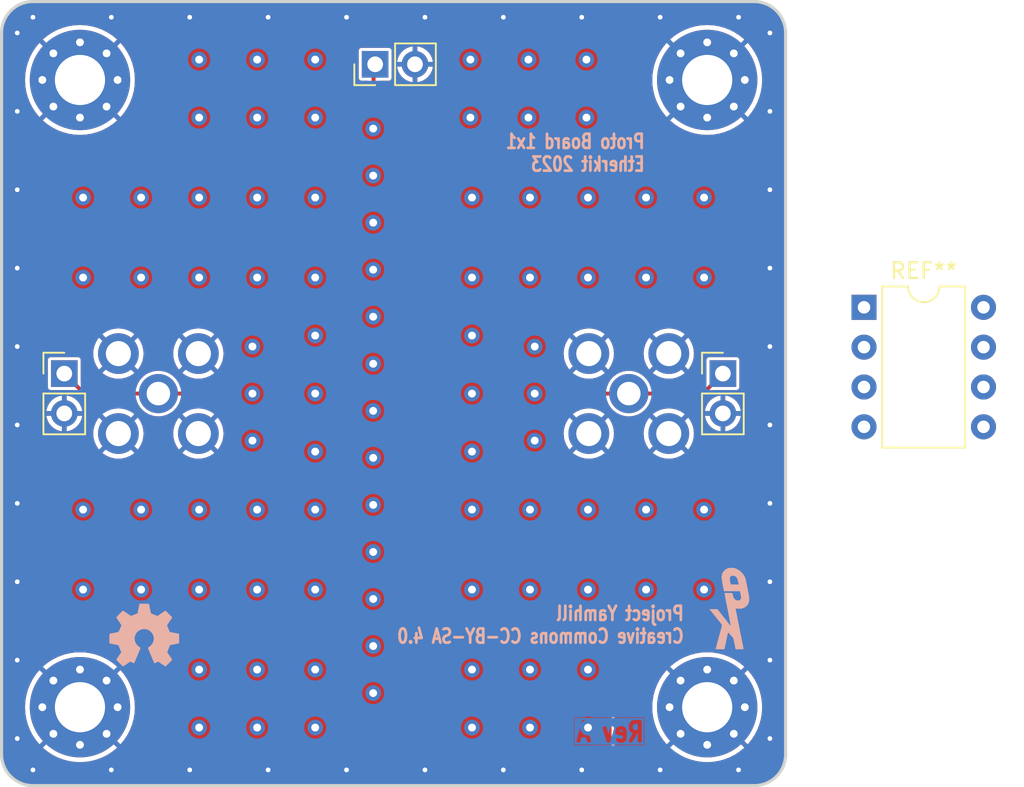
<source format=kicad_pcb>
(kicad_pcb (version 20221018) (generator pcbnew)
  (title_block (title "Project Yamhill") (rev "A") (company "Etherkit"))
  (layers (0 "F.Cu" signal) (31 "B.Cu" signal) (34 "B.Paste" user) (35 "F.Paste" user) (36 "B.SilkS" user "B.Silkscreen") (37 "F.SilkS" user "F.Silkscreen") (38 "B.Mask" user) (39 "F.Mask" user) (44 "Edge.Cuts" user))
  (net 0 "")
  (net 1 "GND")
  (net 2 "Net-(J1-In)")
  (net 3 "Net-(J4-In)")
  (net 4 "Net-(J10-Pin_1)")
  (footprint "EtherkitKicadLibrary:ManhattanPad_1x1" (layer "F.Cu") (at 105.2 62.5)
    (fp_text reference "REF**" hide)
    (fp_text value "ManhattanPad_1x1" hide)
    (pad "1" thru_hole circle (at 0 0) (size 1 1) (drill 0.5) (layers "*.Cu" "*.Mask"))
    (pad "1" smd roundrect (at 0 0) (size 3 3) (layers "F.Cu" "F.Paste" "F.Mask") (roundrect_rratio 0.1))
  )
  (footprint "EtherkitKicadLibrary:ManhattanPad_1x1" (layer "F.Cu") (at 105.2 82.4)
    (fp_text reference "REF**" hide)
    (fp_text value "ManhattanPad_1x1" hide)
    (pad "1" thru_hole circle (at 0 0) (size 1 1) (drill 0.5) (layers "*.Cu" "*.Mask"))
    (pad "1" smd roundrect (at 0 0) (size 3 3) (layers "F.Cu" "F.Paste" "F.Mask") (roundrect_rratio 0.1))
  )
  (footprint "EtherkitKicadLibrary:ManhattanPad_1x1" (layer "F.Cu") (at 144.8 82.4)
    (fp_text reference "REF**" hide)
    (fp_text value "ManhattanPad_1x1" hide)
    (pad "1" thru_hole circle (at 0 0) (size 1 1) (drill 0.5) (layers "*.Cu" "*.Mask"))
    (pad "1" smd roundrect (at 0 0) (size 3 3) (layers "F.Cu" "F.Paste" "F.Mask") (roundrect_rratio 0.1))
  )
  (footprint "EtherkitKicadLibrary:ManhattanPad_1x1" (layer "F.Cu") (at 116.3 57.4)
    (fp_text reference "REF**" hide)
    (fp_text value "ManhattanPad_1x1" hide)
    (pad "1" thru_hole circle (at 0 0) (size 1 1) (drill 0.5) (layers "*.Cu" "*.Mask"))
    (pad "1" smd roundrect (at 0 0) (size 3 3) (layers "F.Cu" "F.Paste" "F.Mask") (roundrect_rratio 0.1))
  )
  (footprint "EtherkitKicadLibrary:ManhattanPad_1x1" (layer "F.Cu") (at 120 92.6)
    (fp_text reference "REF**" hide)
    (fp_text value "ManhattanPad_1x1" hide)
    (pad "1" thru_hole circle (at 0 0) (size 1 1) (drill 0.5) (layers "*.Cu" "*.Mask"))
    (pad "1" smd roundrect (at 0 0) (size 3 3) (layers "F.Cu" "F.Paste" "F.Mask") (roundrect_rratio 0.1))
  )
  (footprint "EtherkitKicadLibrary:ManhattanPad_1x1" (layer "F.Cu") (at 112.6 92.6)
    (fp_text reference "REF**" hide)
    (fp_text value "ManhattanPad_1x1" hide)
    (pad "1" thru_hole circle (at 0 0) (size 1 1) (drill 0.5) (layers "*.Cu" "*.Mask"))
    (pad "1" smd roundrect (at 0 0) (size 3 3) (layers "F.Cu" "F.Paste" "F.Mask") (roundrect_rratio 0.1))
  )
  (footprint "EtherkitKicadLibrary:ManhattanPad_1x1" (layer "F.Cu") (at 112.6 96.3)
    (fp_text reference "REF**" hide)
    (fp_text value "ManhattanPad_1x1" hide)
    (pad "1" thru_hole circle (at 0 0) (size 1 1) (drill 0.5) (layers "*.Cu" "*.Mask"))
    (pad "1" smd roundrect (at 0 0) (size 3 3) (layers "F.Cu" "F.Paste" "F.Mask") (roundrect_rratio 0.1))
  )
  (footprint "EtherkitKicadLibrary:ManhattanPad_1x1" (layer "F.Cu") (at 120 67.6)
    (fp_text reference "REF**" hide)
    (fp_text value "ManhattanPad_1x1" hide)
    (pad "1" thru_hole circle (at 0 0) (size 1 1) (drill 0.5) (layers "*.Cu" "*.Mask"))
    (pad "1" smd roundrect (at 0 0) (size 3 3) (layers "F.Cu" "F.Paste" "F.Mask") (roundrect_rratio 0.1))
  )
  (footprint "EtherkitKicadLibrary:ManhattanPad_1x1" (layer "F.Cu") (at 130 87.5)
    (fp_text reference "REF**" hide)
    (fp_text value "ManhattanPad_1x1" hide)
    (pad "1" thru_hole circle (at 0 0) (size 1 1) (drill 0.5) (layers "*.Cu" "*.Mask"))
    (pad "1" smd roundrect (at 0 0) (size 3 3) (layers "F.Cu" "F.Paste" "F.Mask") (roundrect_rratio 0.1))
  )
  (footprint "EtherkitKicadLibrary:ManhattanPad_1x1" (layer "F.Cu") (at 130 96.3)
    (fp_text reference "REF**" hide)
    (fp_text value "ManhattanPad_1x1" hide)
    (pad "1" thru_hole circle (at 0 0) (size 1 1) (drill 0.5) (layers "*.Cu" "*.Mask"))
    (pad "1" smd roundrect (at 0 0) (size 3 3) (layers "F.Cu" "F.Paste" "F.Mask") (roundrect_rratio 0.1))
  )
  (footprint "EtherkitKicadLibrary:ManhattanPad_1x1" (layer "F.Cu") (at 129.9 57.4)
    (fp_text reference "REF**" hide)
    (fp_text value "ManhattanPad_1x1" hide)
    (pad "1" thru_hole circle (at 0 0) (size 1 1) (drill 0.5) (layers "*.Cu" "*.Mask"))
    (pad "1" smd roundrect (at 0 0) (size 3 3) (layers "F.Cu" "F.Paste" "F.Mask") (roundrect_rratio 0.1))
  )
  (footprint "EtherkitKicadLibrary:ManhattanPad_1x1" (layer "F.Cu") (at 129.9 53.7)
    (fp_text reference "REF**" hide)
    (fp_text value "ManhattanPad_1x1" hide)
    (pad "1" thru_hole circle (at 0 0) (size 1 1) (drill 0.5) (layers "*.Cu" "*.Mask"))
    (pad "1" smd roundrect (at 0 0) (size 3 3) (layers "F.Cu" "F.Paste" "F.Mask") (roundrect_rratio 0.1))
  )
  (footprint "EtherkitKicadLibrary:ManhattanPad_1x1" (layer "F.Cu") (at 116.3 62.5)
    (fp_text reference "REF**" hide)
    (fp_text value "ManhattanPad_1x1" hide)
    (pad "1" thru_hole circle (at 0 0) (size 1 1) (drill 0.5) (layers "*.Cu" "*.Mask"))
    (pad "1" smd roundrect (at 0 0) (size 3 3) (layers "F.Cu" "F.Paste" "F.Mask") (roundrect_rratio 0.1))
  )
  (footprint "EtherkitKicadLibrary:ManhattanPad_1x1" (layer "F.Cu") (at 130 67.6)
    (fp_text reference "REF**" hide)
    (fp_text value "ManhattanPad_1x1" hide)
    (pad "1" thru_hole circle (at 0 0) (size 1 1) (drill 0.5) (layers "*.Cu" "*.Mask"))
    (pad "1" smd roundrect (at 0 0) (size 3 3) (layers "F.Cu" "F.Paste" "F.Mask") (roundrect_rratio 0.1))
  )
  (footprint "EtherkitKicadLibrary:ManhattanPad_1x1" (layer "F.Cu") (at 120 96.3)
    (fp_text reference "REF**" hide)
    (fp_text value "ManhattanPad_1x1" hide)
    (pad "1" thru_hole circle (at 0 0) (size 1 1) (drill 0.5) (layers "*.Cu" "*.Mask"))
    (pad "1" smd roundrect (at 0 0) (size 3 3) (layers "F.Cu" "F.Paste" "F.Mask") (roundrect_rratio 0.1))
  )
  (footprint "EtherkitKicadLibrary:ManhattanPad_1x1" (layer "F.Cu") (at 144.8 62.5)
    (fp_text reference "REF**" hide)
    (fp_text value "ManhattanPad_1x1" hide)
    (pad "1" thru_hole circle (at 0 0) (size 1 1) (drill 0.5) (layers "*.Cu" "*.Mask"))
    (pad "1" smd roundrect (at 0 0) (size 3 3) (layers "F.Cu" "F.Paste" "F.Mask") (roundrect_rratio 0.1))
  )
  (footprint "EtherkitKicadLibrary:ManhattanPad_1x1" (layer "F.Cu") (at 137.4 62.5)
    (fp_text reference "REF**" hide)
    (fp_text value "ManhattanPad_1x1" hide)
    (pad "1" thru_hole circle (at 0 0) (size 1 1) (drill 0.5) (layers "*.Cu" "*.Mask"))
    (pad "1" smd roundrect (at 0 0) (size 3 3) (layers "F.Cu" "F.Paste" "F.Mask") (roundrect_rratio 0.1))
  )
  (footprint "EtherkitKicadLibrary:ManhattanPad_1x1" (layer "F.Cu") (at 133.7 67.6)
    (fp_text reference "REF**" hide)
    (fp_text value "ManhattanPad_1x1" hide)
    (pad "1" thru_hole circle (at 0 0) (size 1 1) (drill 0.5) (layers "*.Cu" "*.Mask"))
    (pad "1" smd roundrect (at 0 0) (size 3 3) (layers "F.Cu" "F.Paste" "F.Mask") (roundrect_rratio 0.1))
  )
  (footprint "EtherkitKicadLibrary:ManhattanPad_1x1" (layer "F.Cu") (at 120 82.4)
    (fp_text reference "REF**" hide)
    (fp_text value "ManhattanPad_1x1" hide)
    (pad "1" thru_hole circle (at 0 0) (size 1 1) (drill 0.5) (layers "*.Cu" "*.Mask"))
    (pad "1" smd roundrect (at 0 0) (size 3 3) (layers "F.Cu" "F.Paste" "F.Mask") (roundrect_rratio 0.1))
  )
  (footprint "EtherkitKicadLibrary:ManhattanPad_1x1" (layer "F.Cu") (at 141.1 62.5)
    (fp_text reference "REF**" hide)
    (fp_text value "ManhattanPad_1x1" hide)
    (pad "1" thru_hole circle (at 0 0) (size 1 1) (drill 0.5) (layers "*.Cu" "*.Mask"))
    (pad "1" smd roundrect (at 0 0) (size 3 3) (layers "F.Cu" "F.Paste" "F.Mask") (roundrect_rratio 0.1))
  )
  (footprint "EtherkitKicadLibrary:ManhattanPad_1x1" (layer "F.Cu") (at 120 78.7)
    (fp_text reference "REF**" hide)
    (fp_text value "ManhattanPad_1x1" hide)
    (pad "1" thru_hole circle (at 0 0) (size 1 1) (drill 0.5) (layers "*.Cu" "*.Mask"))
    (pad "1" smd roundrect (at 0 0) (size 3 3) (layers "F.Cu" "F.Paste" "F.Mask") (roundrect_rratio 0.1))
  )
  (footprint "EtherkitKicadLibrary:ManhattanPad_1x1" (layer "F.Cu") (at 120 75)
    (fp_text reference "REF**" hide)
    (fp_text value "ManhattanPad_1x1" hide)
    (pad "1" thru_hole circle (at 0 0) (size 1 1) (drill 0.5) (layers "*.Cu" "*.Mask"))
    (pad "1" smd roundrect (at 0 0) (size 3 3) (layers "F.Cu" "F.Paste" "F.Mask") (roundrect_rratio 0.1))
  )
  (footprint "EtherkitKicadLibrary:ManhattanPad_1x1" (layer "F.Cu") (at 105.2 67.6)
    (fp_text reference "REF**" hide)
    (fp_text value "ManhattanPad_1x1" hide)
    (pad "1" thru_hole circle (at 0 0) (size 1 1) (drill 0.5) (layers "*.Cu" "*.Mask"))
    (pad "1" smd roundrect (at 0 0) (size 3 3) (layers "F.Cu" "F.Paste" "F.Mask") (roundrect_rratio 0.1))
  )
  (footprint "EtherkitKicadLibrary:ManhattanPad_1x1" (layer "F.Cu") (at 141.1 82.4)
    (fp_text reference "REF**" hide)
    (fp_text value "ManhattanPad_1x1" hide)
    (pad "1" thru_hole circle (at 0 0) (size 1 1) (drill 0.5) (layers "*.Cu" "*.Mask"))
    (pad "1" smd roundrect (at 0 0) (size 3 3) (layers "F.Cu" "F.Paste" "F.Mask") (roundrect_rratio 0.1))
  )
  (footprint "EtherkitKicadLibrary:ManhattanPad_1x1" (layer "F.Cu") (at 133.7 87.5)
    (fp_text reference "REF**" hide)
    (fp_text value "ManhattanPad_1x1" hide)
    (pad "1" thru_hole circle (at 0 0) (size 1 1) (drill 0.5) (layers "*.Cu" "*.Mask"))
    (pad "1" smd roundrect (at 0 0) (size 3 3) (layers "F.Cu" "F.Paste" "F.Mask") (roundrect_rratio 0.1))
  )
  (footprint "EtherkitKicadLibrary:ManhattanPad_1x3" (layer "F.Cu") (at 116 75 90)
    (fp_text reference "J2" hide)
    (fp_text value "Conn_01x01" hide)
    (pad "1" thru_hole circle (at -3 0 90) (size 1 1) (drill 0.5) (layers "*.Cu" "*.Mask") (net 2 "Net-(J1-In)"))
    (pad "1" thru_hole circle (at 0 0 90) (size 1 1) (drill 0.5) (layers "*.Cu" "*.Mask") (net 2 "Net-(J1-In)"))
    (pad "1" smd roundrect (at 0 0 90) (size 9 3) (layers "F.Cu" "F.Paste" "F.Mask") (roundrect_rratio 0.1) (net 2 "Net-(J1-In)"))
    (pad "1" thru_hole circle (at 3 0 90) (size 1 1) (drill 0.5) (layers "*.Cu" "*.Mask") (net 2 "Net-(J1-In)"))
  )
  (footprint "EtherkitKicadLibrary:ManhattanPad_1x1" (layer "F.Cu") (at 144.8 87.5)
    (fp_text reference "REF**" hide)
    (fp_text value "ManhattanPad_1x1" hide)
    (pad "1" thru_hole circle (at 0 0) (size 1 1) (drill 0.5) (layers "*.Cu" "*.Mask"))
    (pad "1" smd roundrect (at 0 0) (size 3 3) (layers "F.Cu" "F.Paste" "F.Mask") (roundrect_rratio 0.1))
  )
  (footprint "EtherkitKicadLibrary:ManhattanPad_1x1" (layer "F.Cu") (at 112.6 82.4)
    (fp_text reference "REF**" hide)
    (fp_text value "ManhattanPad_1x1" hide)
    (pad "1" thru_hole circle (at 0 0) (size 1 1) (drill 0.5) (layers "*.Cu" "*.Mask"))
    (pad "1" smd roundrect (at 0 0) (size 3 3) (layers "F.Cu" "F.Paste" "F.Mask") (roundrect_rratio 0.1))
  )
  (footprint "EtherkitKicadLibrary:ManhattanPad_1x1" (layer "F.Cu") (at 120 62.5)
    (fp_text reference "REF**" hide)
    (fp_text value "ManhattanPad_1x1" hide)
    (pad "1" thru_hole circle (at 0 0) (size 1 1) (drill 0.5) (layers "*.Cu" "*.Mask"))
    (pad "1" smd roundrect (at 0 0) (size 3 3) (layers "F.Cu" "F.Paste" "F.Mask") (roundrect_rratio 0.1))
  )
  (footprint "EtherkitKicadLibrary:ManhattanPad_1x1" (layer "F.Cu") (at 116.3 53.7)
    (fp_text reference "REF**" hide)
    (fp_text value "ManhattanPad_1x1" hide)
    (pad "1" thru_hole circle (at 0 0) (size 1 1) (drill 0.5) (layers "*.Cu" "*.Mask"))
    (pad "1" smd roundrect (at 0 0) (size 3 3) (layers "F.Cu" "F.Paste" "F.Mask") (roundrect_rratio 0.1))
  )
  (footprint "MountingHole:MountingHole_3.2mm_M3_Pad_Via" (layer "F.Cu") (at 105 55)
    (fp_text reference "H1" hide)
    (fp_text value "MountingHole_Pad" hide)
    (pad "1" thru_hole circle (at -2.4 0) (size 0.8 0.8) (drill 0.5) (layers "*.Cu" "*.Mask") (net 1 "GND"))
    (pad "1" thru_hole circle (at -1.697056 -1.697056) (size 0.8 0.8) (drill 0.5) (layers "*.Cu" "*.Mask") (net 1 "GND"))
    (pad "1" thru_hole circle (at -1.697056 1.697056) (size 0.8 0.8) (drill 0.5) (layers "*.Cu" "*.Mask") (net 1 "GND"))
    (pad "1" thru_hole circle (at 0 -2.4) (size 0.8 0.8) (drill 0.5) (layers "*.Cu" "*.Mask") (net 1 "GND"))
    (pad "1" thru_hole circle (at 0 0) (size 6.4 6.4) (drill 3.2) (layers "*.Cu" "*.Mask") (net 1 "GND"))
    (pad "1" thru_hole circle (at 0 2.4) (size 0.8 0.8) (drill 0.5) (layers "*.Cu" "*.Mask") (net 1 "GND"))
    (pad "1" thru_hole circle (at 1.697056 -1.697056) (size 0.8 0.8) (drill 0.5) (layers "*.Cu" "*.Mask") (net 1 "GND"))
    (pad "1" thru_hole circle (at 1.697056 1.697056) (size 0.8 0.8) (drill 0.5) (layers "*.Cu" "*.Mask") (net 1 "GND"))
    (pad "1" thru_hole circle (at 2.4 0) (size 0.8 0.8) (drill 0.5) (layers "*.Cu" "*.Mask") (net 1 "GND"))
  )
  (footprint "Connector_PinHeader_2.54mm:PinHeader_1x02_P2.54mm_Vertical" (layer "F.Cu") (at 104 73.725)
    (fp_text reference "J3" hide)
    (fp_text value "Conn_01x02" hide)
    (pad "1" thru_hole rect (at 0 0) (size 1.7 1.7) (drill 1) (layers "*.Cu" "*.Mask") (net 2 "Net-(J1-In)"))
    (pad "2" thru_hole oval (at 0 2.54) (size 1.7 1.7) (drill 1) (layers "*.Cu" "*.Mask") (net 1 "GND"))
  )
  (footprint "EtherkitKicadLibrary:ManhattanPad_1x1" (layer "F.Cu") (at 120 87.5)
    (fp_text reference "REF**" hide)
    (fp_text value "ManhattanPad_1x1" hide)
    (pad "1" thru_hole circle (at 0 0) (size 1 1) (drill 0.5) (layers "*.Cu" "*.Mask"))
    (pad "1" smd roundrect (at 0 0) (size 3 3) (layers "F.Cu" "F.Paste" "F.Mask") (roundrect_rratio 0.1))
  )
  (footprint "EtherkitKicadLibrary:ManhattanPad_1x1" (layer "F.Cu") (at 112.6 57.4)
    (fp_text reference "REF**" hide)
    (fp_text value "ManhattanPad_1x1" hide)
    (pad "1" thru_hole circle (at 0 0) (size 1 1) (drill 0.5) (layers "*.Cu" "*.Mask"))
    (pad "1" smd roundrect (at 0 0) (size 3 3) (layers "F.Cu" "F.Paste" "F.Mask") (roundrect_rratio 0.1))
  )
  (footprint "EtherkitKicadLibrary:ManhattanPad_1x1" (layer "F.Cu") (at 130 78.7)
    (fp_text reference "REF**" hide)
    (fp_text value "ManhattanPad_1x1" hide)
    (pad "1" thru_hole circle (at 0 0) (size 1 1) (drill 0.5) (layers "*.Cu" "*.Mask"))
    (pad "1" smd roundrect (at 0 0) (size 3 3) (layers "F.Cu" "F.Paste" "F.Mask") (roundrect_rratio 0.1))
  )
  (footprint "EtherkitKicadLibrary:ManhattanPad_1x1" (layer "F.Cu") (at 130 82.4)
    (fp_text reference "REF**" hide)
    (fp_text value "ManhattanPad_1x1" hide)
    (pad "1" thru_hole circle (at 0 0) (size 1 1) (drill 0.5) (layers "*.Cu" "*.Mask"))
    (pad "1" smd roundrect (at 0 0) (size 3 3) (layers "F.Cu" "F.Paste" "F.Mask") (roundrect_rratio 0.1))
  )
  (footprint "EtherkitKicadLibrary:ManhattanPad_1x1" (layer "F.Cu") (at 137.4 82.4)
    (fp_text reference "REF**" hide)
    (fp_text value "ManhattanPad_1x1" hide)
    (pad "1" thru_hole circle (at 0 0) (size 1 1) (drill 0.5) (layers "*.Cu" "*.Mask"))
    (pad "1" smd roundrect (at 0 0) (size 3 3) (layers "F.Cu" "F.Paste" "F.Mask") (roundrect_rratio 0.1))
  )
  (footprint "EtherkitKicadLibrary:ManhattanPad_1x1" (layer "F.Cu") (at 108.9 62.5)
    (fp_text reference "REF**" hide)
    (fp_text value "ManhattanPad_1x1" hide)
    (pad "1" thru_hole circle (at 0 0) (size 1 1) (drill 0.5) (layers "*.Cu" "*.Mask"))
    (pad "1" smd roundrect (at 0 0) (size 3 3) (layers "F.Cu" "F.Paste" "F.Mask") (roundrect_rratio 0.1))
  )
  (footprint "EtherkitKicadLibrary:ManhattanPad_1x1" (layer "F.Cu") (at 116.3 82.4)
    (fp_text reference "REF**" hide)
    (fp_text value "ManhattanPad_1x1" hide)
    (pad "1" thru_hole circle (at 0 0) (size 1 1) (drill 0.5) (layers "*.Cu" "*.Mask"))
    (pad "1" smd roundrect (at 0 0) (size 3 3) (layers "F.Cu" "F.Paste" "F.Mask") (roundrect_rratio 0.1))
  )
  (footprint "EtherkitKicadLibrary:SMA_Jack_Vertical" (layer "F.Cu") (at 110 75)
    (fp_text reference "J1" hide)
    (fp_text value "SMA" hide)
    (pad "1" thru_hole circle (at 0 0) (size 2.5 2.5) (drill 1.5) (layers "*.Cu" "*.Mask") (net 2 "Net-(J1-In)"))
    (pad "2" thru_hole circle (at -2.55 -2.55) (size 2.6 2.6) (drill 1.6) (layers "*.Cu" "*.Mask") (net 1 "GND"))
    (pad "2" thru_hole circle (at -2.55 2.55) (size 2.6 2.6) (drill 1.6) (layers "*.Cu" "*.Mask") (net 1 "GND"))
    (pad "2" thru_hole circle (at 2.55 -2.55) (size 2.6 2.6) (drill 1.6) (layers "*.Cu" "*.Mask") (net 1 "GND"))
    (pad "2" thru_hole circle (at 2.55 2.55) (size 2.6 2.6) (drill 1.6) (layers "*.Cu" "*.Mask") (net 1 "GND"))
  )
  (footprint "EtherkitKicadLibrary:ManhattanPad_1x1" (layer "F.Cu") (at 112.6 53.7)
    (fp_text reference "REF**" hide)
    (fp_text value "ManhattanPad_1x1" hide)
    (pad "1" thru_hole circle (at 0 0) (size 1 1) (drill 0.5) (layers "*.Cu" "*.Mask"))
    (pad "1" smd roundrect (at 0 0) (size 3 3) (layers "F.Cu" "F.Paste" "F.Mask") (roundrect_rratio 0.1))
  )
  (footprint "EtherkitKicadLibrary:ManhattanPad_1x1" (layer "F.Cu") (at 120 71.3)
    (fp_text reference "REF**" hide)
    (fp_text value "ManhattanPad_1x1" hide)
    (pad "1" thru_hole circle (at 0 0) (size 1 1) (drill 0.5) (layers "*.Cu" "*.Mask"))
    (pad "1" smd roundrect (at 0 0) (size 3 3) (layers "F.Cu" "F.Paste" "F.Mask") (roundrect_rratio 0.1))
  )
  (footprint "EtherkitKicadLibrary:ManhattanPad_1x1" (layer "F.Cu") (at 116.3 92.6)
    (fp_text reference "REF**" hide)
    (fp_text value "ManhattanPad_1x1" hide)
    (pad "1" thru_hole circle (at 0 0) (size 1 1) (drill 0.5) (layers "*.Cu" "*.Mask"))
    (pad "1" smd roundrect (at 0 0) (size 3 3) (layers "F.Cu" "F.Paste" "F.Mask") (roundrect_rratio 0.1))
  )
  (footprint "EtherkitKicadLibrary:ManhattanPad_1x1" (layer "F.Cu") (at 116.3 67.6)
    (fp_text reference "REF**" hide)
    (fp_text value "ManhattanPad_1x1" hide)
    (pad "1" thru_hole circle (at 0 0) (size 1 1) (drill 0.5) (layers "*.Cu" "*.Mask"))
    (pad "1" smd roundrect (at 0 0) (size 3 3) (layers "F.Cu" "F.Paste" "F.Mask") (roundrect_rratio 0.1))
  )
  (footprint "EtherkitKicadLibrary:ManhattanPad_1x1" (layer "F.Cu") (at 108.9 67.6)
    (fp_text reference "REF**" hide)
    (fp_text value "ManhattanPad_1x1" hide)
    (pad "1" thru_hole circle (at 0 0) (size 1 1) (drill 0.5) (layers "*.Cu" "*.Mask"))
    (pad "1" smd roundrect (at 0 0) (size 3 3) (layers "F.Cu" "F.Paste" "F.Mask") (roundrect_rratio 0.1))
  )
  (footprint "EtherkitKicadLibrary:ManhattanPad_1x1" (layer "F.Cu") (at 137.4 96.3)
    (fp_text reference "REF**" hide)
    (fp_text value "ManhattanPad_1x1" hide)
    (pad "1" thru_hole circle (at 0 0) (size 1 1) (drill 0.5) (layers "*.Cu" "*.Mask"))
    (pad "1" smd roundrect (at 0 0) (size 3 3) (layers "F.Cu" "F.Paste" "F.Mask") (roundrect_rratio 0.1))
  )
  (footprint "Connector_PinHeader_2.54mm:PinHeader_1x02_P2.54mm_Vertical" (layer "F.Cu") (at 146 73.725)
    (fp_text reference "J5" hide)
    (fp_text value "Conn_01x02" hide)
    (pad "1" thru_hole rect (at 0 0) (size 1.7 1.7) (drill 1) (layers "*.Cu" "*.Mask") (net 3 "Net-(J4-In)"))
    (pad "2" thru_hole oval (at 0 2.54) (size 1.7 1.7) (drill 1) (layers "*.Cu" "*.Mask") (net 1 "GND"))
  )
  (footprint "EtherkitKicadLibrary:ManhattanPad_1x1" (layer "F.Cu") (at 133.7 82.4)
    (fp_text reference "REF**" hide)
    (fp_text value "ManhattanPad_1x1" hide)
    (pad "1" thru_hole circle (at 0 0) (size 1 1) (drill 0.5) (layers "*.Cu" "*.Mask"))
    (pad "1" smd roundrect (at 0 0) (size 3 3) (layers "F.Cu" "F.Paste" "F.Mask") (roundrect_rratio 0.1))
  )
  (footprint "EtherkitKicadLibrary:ManhattanPad_1x1" (layer "F.Cu") (at 137.3 53.7)
    (fp_text reference "REF**" hide)
    (fp_text value "ManhattanPad_1x1" hide)
    (pad "1" thru_hole circle (at 0 0) (size 1 1) (drill 0.5) (layers "*.Cu" "*.Mask"))
    (pad "1" smd roundrect (at 0 0) (size 3 3) (layers "F.Cu" "F.Paste" "F.Mask") (roundrect_rratio 0.1))
  )
  (footprint "EtherkitKicadLibrary:ManhattanPad_1x1" (layer "F.Cu") (at 133.7 96.3)
    (fp_text reference "REF**" hide)
    (fp_text value "ManhattanPad_1x1" hide)
    (pad "1" thru_hole circle (at 0 0) (size 1 1) (drill 0.5) (layers "*.Cu" "*.Mask"))
    (pad "1" smd roundrect (at 0 0) (size 3 3) (layers "F.Cu" "F.Paste" "F.Mask") (roundrect_rratio 0.1))
  )
  (footprint "EtherkitKicadLibrary:ManhattanPad_1x1" (layer "F.Cu") (at 130 92.6)
    (fp_text reference "REF**" hide)
    (fp_text value "ManhattanPad_1x1" hide)
    (pad "1" thru_hole circle (at 0 0) (size 1 1) (drill 0.5) (layers "*.Cu" "*.Mask"))
    (pad "1" smd roundrect (at 0 0) (size 3 3) (layers "F.Cu" "F.Paste" "F.Mask") (roundrect_rratio 0.1))
  )
  (footprint "EtherkitKicadLibrary:ManhattanPad_1x1" (layer "F.Cu") (at 116.3 87.5)
    (fp_text reference "REF**" hide)
    (fp_text value "ManhattanPad_1x1" hide)
    (pad "1" thru_hole circle (at 0 0) (size 1 1) (drill 0.5) (layers "*.Cu" "*.Mask"))
    (pad "1" smd roundrect (at 0 0) (size 3 3) (layers "F.Cu" "F.Paste" "F.Mask") (roundrect_rratio 0.1))
  )
  (footprint "MountingHole:MountingHole_3.2mm_M3_Pad_Via" (layer "F.Cu") (at 145 55)
    (fp_text reference "H2" hide)
    (fp_text value "MountingHole_Pad" hide)
    (pad "1" thru_hole circle (at -2.4 0) (size 0.8 0.8) (drill 0.5) (layers "*.Cu" "*.Mask") (net 1 "GND"))
    (pad "1" thru_hole circle (at -1.697056 -1.697056) (size 0.8 0.8) (drill 0.5) (layers "*.Cu" "*.Mask") (net 1 "GND"))
    (pad "1" thru_hole circle (at -1.697056 1.697056) (size 0.8 0.8) (drill 0.5) (layers "*.Cu" "*.Mask") (net 1 "GND"))
    (pad "1" thru_hole circle (at 0 -2.4) (size 0.8 0.8) (drill 0.5) (layers "*.Cu" "*.Mask") (net 1 "GND"))
    (pad "1" thru_hole circle (at 0 0) (size 6.4 6.4) (drill 3.2) (layers "*.Cu" "*.Mask") (net 1 "GND"))
    (pad "1" thru_hole circle (at 0 2.4) (size 0.8 0.8) (drill 0.5) (layers "*.Cu" "*.Mask") (net 1 "GND"))
    (pad "1" thru_hole circle (at 1.697056 -1.697056) (size 0.8 0.8) (drill 0.5) (layers "*.Cu" "*.Mask") (net 1 "GND"))
    (pad "1" thru_hole circle (at 1.697056 1.697056) (size 0.8 0.8) (drill 0.5) (layers "*.Cu" "*.Mask") (net 1 "GND"))
    (pad "1" thru_hole circle (at 2.4 0) (size 0.8 0.8) (drill 0.5) (layers "*.Cu" "*.Mask") (net 1 "GND"))
  )
  (footprint "EtherkitKicadLibrary:ManhattanPad_1x1" (layer "F.Cu") (at 133.7 92.6)
    (fp_text reference "REF**" hide)
    (fp_text value "ManhattanPad_1x1" hide)
    (pad "1" thru_hole circle (at 0 0) (size 1 1) (drill 0.5) (layers "*.Cu" "*.Mask"))
    (pad "1" smd roundrect (at 0 0) (size 3 3) (layers "F.Cu" "F.Paste" "F.Mask") (roundrect_rratio 0.1))
  )
  (footprint "EtherkitKicadLibrary:ManhattanPad_1x1" (layer "F.Cu") (at 105.2 87.5)
    (fp_text reference "REF**" hide)
    (fp_text value "ManhattanPad_1x1" hide)
    (pad "1" thru_hole circle (at 0 0) (size 1 1) (drill 0.5) (layers "*.Cu" "*.Mask"))
    (pad "1" smd roundrect (at 0 0) (size 3 3) (layers "F.Cu" "F.Paste" "F.Mask") (roundrect_rratio 0.1))
  )
  (footprint "EtherkitKicadLibrary:ManhattanPad_1x1" (layer "F.Cu") (at 120 57.4)
    (fp_text reference "REF**" hide)
    (fp_text value "ManhattanPad_1x1" hide)
    (pad "1" thru_hole circle (at 0 0) (size 1 1) (drill 0.5) (layers "*.Cu" "*.Mask"))
    (pad "1" smd roundrect (at 0 0) (size 3 3) (layers "F.Cu" "F.Paste" "F.Mask") (roundrect_rratio 0.1))
  )
  (footprint "MountingHole:MountingHole_3.2mm_M3_Pad_Via" (layer "F.Cu") (at 145 95)
    (fp_text reference "H4" hide)
    (fp_text value "MountingHole_Pad" hide)
    (pad "1" thru_hole circle (at -2.4 0) (size 0.8 0.8) (drill 0.5) (layers "*.Cu" "*.Mask") (net 1 "GND"))
    (pad "1" thru_hole circle (at -1.697056 -1.697056) (size 0.8 0.8) (drill 0.5) (layers "*.Cu" "*.Mask") (net 1 "GND"))
    (pad "1" thru_hole circle (at -1.697056 1.697056) (size 0.8 0.8) (drill 0.5) (layers "*.Cu" "*.Mask") (net 1 "GND"))
    (pad "1" thru_hole circle (at 0 -2.4) (size 0.8 0.8) (drill 0.5) (layers "*.Cu" "*.Mask") (net 1 "GND"))
    (pad "1" thru_hole circle (at 0 0) (size 6.4 6.4) (drill 3.2) (layers "*.Cu" "*.Mask") (net 1 "GND"))
    (pad "1" thru_hole circle (at 0 2.4) (size 0.8 0.8) (drill 0.5) (layers "*.Cu" "*.Mask") (net 1 "GND"))
    (pad "1" thru_hole circle (at 1.697056 -1.697056) (size 0.8 0.8) (drill 0.5) (layers "*.Cu" "*.Mask") (net 1 "GND"))
    (pad "1" thru_hole circle (at 1.697056 1.697056) (size 0.8 0.8) (drill 0.5) (layers "*.Cu" "*.Mask") (net 1 "GND"))
    (pad "1" thru_hole circle (at 2.4 0) (size 0.8 0.8) (drill 0.5) (layers "*.Cu" "*.Mask") (net 1 "GND"))
  )
  (footprint "EtherkitKicadLibrary:ManhattanPad_1x1" (layer "F.Cu") (at 130 75)
    (fp_text reference "REF**" hide)
    (fp_text value "ManhattanPad_1x1" hide)
    (pad "1" thru_hole circle (at 0 0) (size 1 1) (drill 0.5) (layers "*.Cu" "*.Mask"))
    (pad "1" smd roundrect (at 0 0) (size 3 3) (layers "F.Cu" "F.Paste" "F.Mask") (roundrect_rratio 0.1))
  )
  (footprint "EtherkitKicadLibrary:ManhattanPad_40mm_Strip" (layer "F.Cu") (at 123.7 76.1)
    (fp_text reference "J11" hide)
    (fp_text value "Conn_01x01" hide)
    (pad "1" thru_hole circle (at 0 -18) (size 1 1) (drill 0.5) (layers "*.Cu" "*.Mask") (net 4 "Net-(J10-Pin_1)"))
    (pad "1" thru_hole circle (at 0 -15) (size 1 1) (drill 0.5) (layers "*.Cu" "*.Mask") (net 4 "Net-(J10-Pin_1)"))
    (pad "1" thru_hole circle (at 0 -12) (size 1 1) (drill 0.5) (layers "*.Cu" "*.Mask") (net 4 "Net-(J10-Pin_1)"))
    (pad "1" thru_hole circle (at 0 -9) (size 1 1) (drill 0.5) (layers "*.Cu" "*.Mask") (net 4 "Net-(J10-Pin_1)"))
    (pad "1" thru_hole circle (at 0 -6) (size 1 1) (drill 0.5) (layers "*.Cu" "*.Mask") (net 4 "Net-(J10-Pin_1)"))
    (pad "1" thru_hole circle (at 0 -3) (size 1 1) (drill 0.5) (layers "*.Cu" "*.Mask") (net 4 "Net-(J10-Pin_1)"))
    (pad "1" thru_hole circle (at 0 0) (size 1 1) (drill 0.5) (layers "*.Cu" "*.Mask") (net 4 "Net-(J10-Pin_1)"))
    (pad "1" smd roundrect (at 0 0) (size 3 40) (layers "F.Cu" "F.Paste" "F.Mask") (roundrect_rratio 0.1) (net 4 "Net-(J10-Pin_1)"))
    (pad "1" thru_hole circle (at 0 3) (size 1 1) (drill 0.5) (layers "*.Cu" "*.Mask") (net 4 "Net-(J10-Pin_1)"))
    (pad "1" thru_hole circle (at 0 6) (size 1 1) (drill 0.5) (layers "*.Cu" "*.Mask") (net 4 "Net-(J10-Pin_1)"))
    (pad "1" thru_hole circle (at 0 9) (size 1 1) (drill 0.5) (layers "*.Cu" "*.Mask") (net 4 "Net-(J10-Pin_1)"))
    (pad "1" thru_hole circle (at 0 12) (size 1 1) (drill 0.5) (layers "*.Cu" "*.Mask") (net 4 "Net-(J10-Pin_1)"))
    (pad "1" thru_hole circle (at 0 15) (size 1 1) (drill 0.5) (layers "*.Cu" "*.Mask") (net 4 "Net-(J10-Pin_1)"))
    (pad "1" thru_hole circle (at 0 18) (size 1 1) (drill 0.5) (layers "*.Cu" "*.Mask") (net 4 "Net-(J10-Pin_1)"))
  )
  (footprint "MountingHole:MountingHole_3.2mm_M3_Pad_Via" (layer "F.Cu") (at 105 95)
    (fp_text reference "H3" hide)
    (fp_text value "MountingHole_Pad" hide)
    (pad "1" thru_hole circle (at -2.4 0) (size 0.8 0.8) (drill 0.5) (layers "*.Cu" "*.Mask") (net 1 "GND"))
    (pad "1" thru_hole circle (at -1.697056 -1.697056) (size 0.8 0.8) (drill 0.5) (layers "*.Cu" "*.Mask") (net 1 "GND"))
    (pad "1" thru_hole circle (at -1.697056 1.697056) (size 0.8 0.8) (drill 0.5) (layers "*.Cu" "*.Mask") (net 1 "GND"))
    (pad "1" thru_hole circle (at 0 -2.4) (size 0.8 0.8) (drill 0.5) (layers "*.Cu" "*.Mask") (net 1 "GND"))
    (pad "1" thru_hole circle (at 0 0) (size 6.4 6.4) (drill 3.2) (layers "*.Cu" "*.Mask") (net 1 "GND"))
    (pad "1" thru_hole circle (at 0 2.4) (size 0.8 0.8) (drill 0.5) (layers "*.Cu" "*.Mask") (net 1 "GND"))
    (pad "1" thru_hole circle (at 1.697056 -1.697056) (size 0.8 0.8) (drill 0.5) (layers "*.Cu" "*.Mask") (net 1 "GND"))
    (pad "1" thru_hole circle (at 1.697056 1.697056) (size 0.8 0.8) (drill 0.5) (layers "*.Cu" "*.Mask") (net 1 "GND"))
    (pad "1" thru_hole circle (at 2.4 0) (size 0.8 0.8) (drill 0.5) (layers "*.Cu" "*.Mask") (net 1 "GND"))
  )
  (footprint "EtherkitKicadLibrary:ManhattanPad_1x1" (layer "F.Cu") (at 130 71.3)
    (fp_text reference "REF**" hide)
    (fp_text value "ManhattanPad_1x1" hide)
    (pad "1" thru_hole circle (at 0 0) (size 1 1) (drill 0.5) (layers "*.Cu" "*.Mask"))
    (pad "1" smd roundrect (at 0 0) (size 3 3) (layers "F.Cu" "F.Paste" "F.Mask") (roundrect_rratio 0.1))
  )
  (footprint "EtherkitKicadLibrary:ManhattanPad_1x1" (layer "F.Cu") (at 137.4 92.6)
    (fp_text reference "REF**" hide)
    (fp_text value "ManhattanPad_1x1" hide)
    (pad "1" thru_hole circle (at 0 0) (size 1 1) (drill 0.5) (layers "*.Cu" "*.Mask"))
    (pad "1" smd roundrect (at 0 0) (size 3 3) (layers "F.Cu" "F.Paste" "F.Mask") (roundrect_rratio 0.1))
  )
  (footprint "EtherkitKicadLibrary:ManhattanPad_1x1" (layer "F.Cu") (at 112.6 62.5)
    (fp_text reference "REF**" hide)
    (fp_text value "ManhattanPad_1x1" hide)
    (pad "1" thru_hole circle (at 0 0) (size 1 1) (drill 0.5) (layers "*.Cu" "*.Mask"))
    (pad "1" smd roundrect (at 0 0) (size 3 3) (layers "F.Cu" "F.Paste" "F.Mask") (roundrect_rratio 0.1))
  )
  (footprint "EtherkitKicadLibrary:ManhattanPad_1x1" (layer "F.Cu") (at 144.8 67.6)
    (fp_text reference "REF**" hide)
    (fp_text value "ManhattanPad_1x1" hide)
    (pad "1" thru_hole circle (at 0 0) (size 1 1) (drill 0.5) (layers "*.Cu" "*.Mask"))
    (pad "1" smd roundrect (at 0 0) (size 3 3) (layers "F.Cu" "F.Paste" "F.Mask") (roundrect_rratio 0.1))
  )
  (footprint "EtherkitKicadLibrary:ManhattanPad_1x1" (layer "F.Cu") (at 108.9 87.5)
    (fp_text reference "REF**" hide)
    (fp_text value "ManhattanPad_1x1" hide)
    (pad "1" thru_hole circle (at 0 0) (size 1 1) (drill 0.5) (layers "*.Cu" "*.Mask"))
    (pad "1" smd roundrect (at 0 0) (size 3 3) (layers "F.Cu" "F.Paste" "F.Mask") (roundrect_rratio 0.1))
  )
  (footprint "EtherkitKicadLibrary:ManhattanPad_1x1" (layer "F.Cu") (at 112.6 87.5)
    (fp_text reference "REF**" hide)
    (fp_text value "ManhattanPad_1x1" hide)
    (pad "1" thru_hole circle (at 0 0) (size 1 1) (drill 0.5) (layers "*.Cu" "*.Mask"))
    (pad "1" smd roundrect (at 0 0) (size 3 3) (layers "F.Cu" "F.Paste" "F.Mask") (roundrect_rratio 0.1))
  )
  (footprint "EtherkitKicadLibrary:ManhattanPad_1x1" (layer "F.Cu") (at 137.4 67.6)
    (fp_text reference "REF**" hide)
    (fp_text value "ManhattanPad_1x1" hide)
    (pad "1" thru_hole circle (at 0 0) (size 1 1) (drill 0.5) (layers "*.Cu" "*.Mask"))
    (pad "1" smd roundrect (at 0 0) (size 3 3) (layers "F.Cu" "F.Paste" "F.Mask") (roundrect_rratio 0.1))
  )
  (footprint "EtherkitKicadLibrary:ManhattanPad_1x1" (layer "F.Cu") (at 141.1 67.6)
    (fp_text reference "REF**" hide)
    (fp_text value "ManhattanPad_1x1" hide)
    (pad "1" thru_hole circle (at 0 0) (size 1 1) (drill 0.5) (layers "*.Cu" "*.Mask"))
    (pad "1" smd roundrect (at 0 0) (size 3 3) (layers "F.Cu" "F.Paste" "F.Mask") (roundrect_rratio 0.1))
  )
  (footprint "EtherkitKicadLibrary:ManhattanPad_1x1" (layer "F.Cu") (at 137.3 57.4)
    (fp_text reference "REF**" hide)
    (fp_text value "ManhattanPad_1x1" hide)
    (pad "1" thru_hole circle (at 0 0) (size 1 1) (drill 0.5) (layers "*.Cu" "*.Mask"))
    (pad "1" smd roundrect (at 0 0) (size 3 3) (layers "F.Cu" "F.Paste" "F.Mask") (roundrect_rratio 0.1))
  )
  (footprint "EtherkitKicadLibrary:ManhattanPad_1x1" (layer "F.Cu") (at 130 62.5)
    (fp_text reference "REF**" hide)
    (fp_text value "ManhattanPad_1x1" hide)
    (pad "1" thru_hole circle (at 0 0) (size 1 1) (drill 0.5) (layers "*.Cu" "*.Mask"))
    (pad "1" smd roundrect (at 0 0) (size 3 3) (layers "F.Cu" "F.Paste" "F.Mask") (roundrect_rratio 0.1))
  )
  (footprint "EtherkitKicadLibrary:ManhattanPad_1x1" (layer "F.Cu") (at 116.3 96.3)
    (fp_text reference "REF**" hide)
    (fp_text value "ManhattanPad_1x1" hide)
    (pad "1" thru_hole circle (at 0 0) (size 1 1) (drill 0.5) (layers "*.Cu" "*.Mask"))
    (pad "1" smd roundrect (at 0 0) (size 3 3) (layers "F.Cu" "F.Paste" "F.Mask") (roundrect_rratio 0.1))
  )
  (footprint "EtherkitKicadLibrary:ManhattanPad_1x3" (layer "F.Cu") (at 134 75 90)
    (fp_text reference "J6" hide)
    (fp_text value "Conn_01x01" hide)
    (pad "1" thru_hole circle (at -3 0 90) (size 1 1) (drill 0.5) (layers "*.Cu" "*.Mask") (net 3 "Net-(J4-In)"))
    (pad "1" thru_hole circle (at 0 0 90) (size 1 1) (drill 0.5) (layers "*.Cu" "*.Mask") (net 3 "Net-(J4-In)"))
    (pad "1" smd roundrect (at 0 0 90) (size 9 3) (layers "F.Cu" "F.Paste" "F.Mask") (roundrect_rratio 0.1) (net 3 "Net-(J4-In)"))
    (pad "1" thru_hole circle (at 3 0 90) (size 1 1) (drill 0.5) (layers "*.Cu" "*.Mask") (net 3 "Net-(J4-In)"))
  )
  (footprint "EtherkitKicadLibrary:ManhattanPad_1x1" (layer "F.Cu") (at 133.6 57.4)
    (fp_text reference "REF**" hide)
    (fp_text value "ManhattanPad_1x1" hide)
    (pad "1" thru_hole circle (at 0 0) (size 1 1) (drill 0.5) (layers "*.Cu" "*.Mask"))
    (pad "1" smd roundrect (at 0 0) (size 3 3) (layers "F.Cu" "F.Paste" "F.Mask") (roundrect_rratio 0.1))
  )
  (footprint "EtherkitKicadLibrary:ManhattanPad_1x1" (layer "F.Cu") (at 133.7 62.5)
    (fp_text reference "REF**" hide)
    (fp_text value "ManhattanPad_1x1" hide)
    (pad "1" thru_hole circle (at 0 0) (size 1 1) (drill 0.5) (layers "*.Cu" "*.Mask"))
    (pad "1" smd roundrect (at 0 0) (size 3 3) (layers "F.Cu" "F.Paste" "F.Mask") (roundrect_rratio 0.1))
  )
  (footprint "EtherkitKicadLibrary:ManhattanPad_1x1" (layer "F.Cu") (at 112.6 67.6)
    (fp_text reference "REF**" hide)
    (fp_text value "ManhattanPad_1x1" hide)
    (pad "1" thru_hole circle (at 0 0) (size 1 1) (drill 0.5) (layers "*.Cu" "*.Mask"))
    (pad "1" smd roundrect (at 0 0) (size 3 3) (layers "F.Cu" "F.Paste" "F.Mask") (roundrect_rratio 0.1))
  )
  (footprint "Package_DIP:DIP-8_W7.62mm" (layer "F.Cu") (at 155 69.5)
    (fp_text reference "REF**" (at 3.81 -2.33) (layer "F.SilkS"))
    (fp_text value "DIP-8_W7.62mm")
    (pad "1" thru_hole rect (at 0 0) (size 1.6 1.6) (drill 0.8) (layers "*.Cu" "*.Mask"))
    (pad "2" thru_hole oval (at 0 2.54) (size 1.6 1.6) (drill 0.8) (layers "*.Cu" "*.Mask"))
    (pad "3" thru_hole oval (at 0 5.08) (size 1.6 1.6) (drill 0.8) (layers "*.Cu" "*.Mask"))
    (pad "4" thru_hole oval (at 0 7.62) (size 1.6 1.6) (drill 0.8) (layers "*.Cu" "*.Mask"))
    (pad "5" thru_hole oval (at 7.62 7.62) (size 1.6 1.6) (drill 0.8) (layers "*.Cu" "*.Mask"))
    (pad "6" thru_hole oval (at 7.62 5.08) (size 1.6 1.6) (drill 0.8) (layers "*.Cu" "*.Mask"))
    (pad "7" thru_hole oval (at 7.62 2.54) (size 1.6 1.6) (drill 0.8) (layers "*.Cu" "*.Mask"))
    (pad "8" thru_hole oval (at 7.62 0) (size 1.6 1.6) (drill 0.8) (layers "*.Cu" "*.Mask"))
  )
  (footprint "EtherkitKicadLibrary:ManhattanPad_1x1" (layer "F.Cu") (at 108.9 82.4)
    (fp_text reference "REF**" hide)
    (fp_text value "ManhattanPad_1x1" hide)
    (pad "1" thru_hole circle (at 0 0) (size 1 1) (drill 0.5) (layers "*.Cu" "*.Mask"))
    (pad "1" smd roundrect (at 0 0) (size 3 3) (layers "F.Cu" "F.Paste" "F.Mask") (roundrect_rratio 0.1))
  )
  (footprint "EtherkitKicadLibrary:ManhattanPad_1x1" (layer "F.Cu") (at 141.1 87.5)
    (fp_text reference "REF**" hide)
    (fp_text value "ManhattanPad_1x1" hide)
    (pad "1" thru_hole circle (at 0 0) (size 1 1) (drill 0.5) (layers "*.Cu" "*.Mask"))
    (pad "1" smd roundrect (at 0 0) (size 3 3) (layers "F.Cu" "F.Paste" "F.Mask") (roundrect_rratio 0.1))
  )
  (footprint "EtherkitKicadLibrary:ManhattanPad_1x1" (layer "F.Cu") (at 120 53.7)
    (fp_text reference "REF**" hide)
    (fp_text value "ManhattanPad_1x1" hide)
    (pad "1" thru_hole circle (at 0 0) (size 1 1) (drill 0.5) (layers "*.Cu" "*.Mask"))
    (pad "1" smd roundrect (at 0 0) (size 3 3) (layers "F.Cu" "F.Paste" "F.Mask") (roundrect_rratio 0.1))
  )
  (footprint "EtherkitKicadLibrary:ManhattanPad_1x1" (layer "F.Cu") (at 137.4 87.5)
    (fp_text reference "REF**" hide)
    (fp_text value "ManhattanPad_1x1" hide)
    (pad "1" thru_hole circle (at 0 0) (size 1 1) (drill 0.5) (layers "*.Cu" "*.Mask"))
    (pad "1" smd roundrect (at 0 0) (size 3 3) (layers "F.Cu" "F.Paste" "F.Mask") (roundrect_rratio 0.1))
  )
  (footprint "EtherkitKicadLibrary:SMA_Jack_Vertical" (layer "F.Cu") (at 140 75)
    (fp_text reference "J4" hide)
    (fp_text value "SMA" hide)
    (pad "1" thru_hole circle (at 0 0) (size 2.5 2.5) (drill 1.5) (layers "*.Cu" "*.Mask") (net 3 "Net-(J4-In)"))
    (pad "2" thru_hole circle (at -2.55 -2.55) (size 2.6 2.6) (drill 1.6) (layers "*.Cu" "*.Mask") (net 1 "GND"))
    (pad "2" thru_hole circle (at -2.55 2.55) (size 2.6 2.6) (drill 1.6) (layers "*.Cu" "*.Mask") (net 1 "GND"))
    (pad "2" thru_hole circle (at 2.55 -2.55) (size 2.6 2.6) (drill 1.6) (layers "*.Cu" "*.Mask") (net 1 "GND"))
    (pad "2" thru_hole circle (at 2.55 2.55) (size 2.6 2.6) (drill 1.6) (layers "*.Cu" "*.Mask") (net 1 "GND"))
  )
  (footprint "Connector_PinHeader_2.54mm:PinHeader_1x02_P2.54mm_Vertical" (layer "F.Cu") (at 123.825 54 90)
    (fp_text reference "J10" hide)
    (fp_text value "Conn_01x02" hide)
    (pad "1" thru_hole rect (at 0 0 90) (size 1.7 1.7) (drill 1) (layers "*.Cu" "*.Mask") (net 4 "Net-(J10-Pin_1)"))
    (pad "2" thru_hole oval (at 0 2.54 90) (size 1.7 1.7) (drill 1) (layers "*.Cu" "*.Mask") (net 1 "GND"))
  )
  (footprint "EtherkitKicadLibrary:ManhattanPad_1x1" (layer "F.Cu") (at 133.6 53.7)
    (fp_text reference "REF**" hide)
    (fp_text value "ManhattanPad_1x1" hide)
    (pad "1" thru_hole circle (at 0 0) (size 1 1) (drill 0.5) (layers "*.Cu" "*.Mask"))
    (pad "1" smd roundrect (at 0 0) (size 3 3) (layers "F.Cu" "F.Paste" "F.Mask") (roundrect_rratio 0.1))
  )
  (footprint "EtherkitKicadLibrary:OSHWLogo4mm" (layer "B.Cu") (at 109.1 90.4 180)
    (fp_text reference "G***" hide)
    (fp_text value "LOGO" hide)
  )
  (footprint "EtherkitKicadLibrary:EtherkitLogoSmall" (layer "B.Cu") (at 146.4 88.7 180)
    (fp_text reference "Ref**" hide)
    (fp_text value "Val**" hide)
  )
  (gr_line (start 148 100) (end 102 100) (stroke (width 0.2)) (layer "Edge.Cuts"))
  (gr_arc (start 102 100) (mid 100.585786 99.414214) (end 100 98) (stroke (width 0.2)) (layer "Edge.Cuts"))
  (gr_arc (start 148 50) (mid 149.414214 50.585786) (end 150 52) (stroke (width 0.2)) (layer "Edge.Cuts"))
  (gr_arc (start 100 52) (mid 100.585786 50.585786) (end 102 50) (stroke (width 0.2)) (layer "Edge.Cuts"))
  (gr_line (start 100 98) (end 100 52) (stroke (width 0.2)) (layer "Edge.Cuts"))
  (gr_line (start 102 50) (end 148 50) (stroke (width 0.2)) (layer "Edge.Cuts"))
  (gr_arc (start 150 98) (mid 149.414214 99.414214) (end 148 100) (stroke (width 0.2)) (layer "Edge.Cuts"))
  (gr_line (start 150 52) (end 150 98) (stroke (width 0.2)) (layer "Edge.Cuts"))
  (gr_text "Rev A" (at 141.1 97.3) (layer "B.Cu" knockout) (effects (font (size 1.2 1) (thickness 0.25) bold) (justify left bottom mirror)))
  (gr_text "Project Yamhill\nCreative Commons CC-BY-SA 4.0" (at 143.6 91) (layer "B.SilkS") (effects (font (size 0.9 0.7) (thickness 0.175) bold) (justify left bottom mirror)))
  (gr_text "Proto Board 1x1\nEtherkit 2023" (at 141.1 60.9) (layer "B.SilkS") (effects (font (size 0.9 0.7) (thickness 0.175) bold) (justify left bottom mirror)))
  (via (at 122 99) (size 0.6) (drill 0.3) (layers "F.Cu" "B.Cu") (net 1))
  (via (at 142 99) (size 0.6) (drill 0.3) (layers "F.Cu" "B.Cu") (net 1))
  (via (at 149 87) (size 0.6) (drill 0.3) (layers "F.Cu" "B.Cu") (net 1))
  (via (at 147 51) (size 0.6) (drill 0.3) (layers "F.Cu" "B.Cu") (net 1))
  (via (at 101 87) (size 0.6) (drill 0.3) (layers "F.Cu" "B.Cu") (net 1))
  (via (at 149 77) (size 0.6) (drill 0.3) (layers "F.Cu" "B.Cu") (net 1))
  (via (at 101 72) (size 0.6) (drill 0.3) (layers "F.Cu" "B.Cu") (net 1))
  (via (at 122 51) (size 0.6) (drill 0.3) (layers "F.Cu" "B.Cu") (net 1))
  (via (at 112 99) (size 0.6) (drill 0.3) (layers "F.Cu" "B.Cu") (net 1))
  (via (at 142 51) (size 0.6) (drill 0.3) (layers "F.Cu" "B.Cu") (net 1))
  (via (at 127 51) (size 0.6) (drill 0.3) (layers "F.Cu" "B.Cu") (net 1))
  (via (at 149 67) (size 0.6) (drill 0.3) (layers "F.Cu" "B.Cu") (net 1))
  (via (at 149 97) (size 0.6) (drill 0.3) (layers "F.Cu" "B.Cu") (net 1))
  (via (at 149 52) (size 0.6) (drill 0.3) (layers "F.Cu" "B.Cu") (net 1))
  (via (at 149 82) (size 0.6) (drill 0.3) (layers "F.Cu" "B.Cu") (net 1))
  (via (at 101 57) (size 0.6) (drill 0.3) (layers "F.Cu" "B.Cu") (net 1))
  (via (at 101 52) (size 0.6) (drill 0.3) (layers "F.Cu" "B.Cu") (net 1))
  (via (at 107 99) (size 0.6) (drill 0.3) (layers "F.Cu" "B.Cu") (net 1))
  (via (at 132 51) (size 0.6) (drill 0.3) (layers "F.Cu" "B.Cu") (net 1))
  (via (at 117 51) (size 0.6) (drill 0.3) (layers "F.Cu" "B.Cu") (net 1))
  (via (at 127 99) (size 0.6) (drill 0.3) (layers "F.Cu" "B.Cu") (net 1))
  (via (at 102 51) (size 0.6) (drill 0.3) (layers "F.Cu" "B.Cu") (net 1))
  (via (at 149 72) (size 0.6) (drill 0.3) (layers "F.Cu" "B.Cu") (net 1))
  (via (at 137 99) (size 0.6) (drill 0.3) (layers "F.Cu" "B.Cu") (net 1))
  (via (at 101 62) (size 0.6) (drill 0.3) (layers "F.Cu" "B.Cu") (net 1))
  (via (at 101 67) (size 0.6) (drill 0.3) (layers "F.Cu" "B.Cu") (net 1))
  (via (at 112 51) (size 0.6) (drill 0.3) (layers "F.Cu" "B.Cu") (net 1))
  (via (at 107 51) (size 0.6) (drill 0.3) (layers "F.Cu" "B.Cu") (net 1))
  (via (at 149 62) (size 0.6) (drill 0.3) (layers "F.Cu" "B.Cu") (net 1))
  (via (at 149 57) (size 0.6) (drill 0.3) (layers "F.Cu" "B.Cu") (net 1))
  (via (at 137 51) (size 0.6) (drill 0.3) (layers "F.Cu" "B.Cu") (net 1))
  (via (at 101 82) (size 0.6) (drill 0.3) (layers "F.Cu" "B.Cu") (net 1))
  (via (at 149 92) (size 0.6) (drill 0.3) (layers "F.Cu" "B.Cu") (net 1))
  (via (at 132 99) (size 0.6) (drill 0.3) (layers "F.Cu" "B.Cu") (net 1))
  (via (at 101 97) (size 0.6) (drill 0.3) (layers "F.Cu" "B.Cu") (net 1))
  (via (at 102 99) (size 0.6) (drill 0.3) (layers "F.Cu" "B.Cu") (net 1))
  (via (at 147 99) (size 0.6) (drill 0.3) (layers "F.Cu" "B.Cu") (net 1))
  (via (at 101 92) (size 0.6) (drill 0.3) (layers "F.Cu" "B.Cu") (net 1))
  (via (at 101 77) (size 0.6) (drill 0.3) (layers "F.Cu" "B.Cu") (net 1))
  (via (at 117 99) (size 0.6) (drill 0.3) (layers "F.Cu" "B.Cu") (net 1))
  (segment (start 110 75) (end 116 75) (width 0.25) (layer "F.Cu") (net 2))
  (segment (start 110 75) (end 105.275 75) (width 0.25) (layer "F.Cu") (net 2))
  (segment (start 105.275 75) (end 104 73.725) (width 0.25) (layer "F.Cu") (net 2))
  (segment (start 140 75) (end 144.725 75) (width 0.25) (layer "F.Cu") (net 3))
  (segment (start 140 75) (end 134 75) (width 0.25) (layer "F.Cu") (net 3))
  (segment (start 144.725 75) (end 146 73.725) (width 0.25) (layer "F.Cu") (net 3))
  (segment (start 123.725 58.075) (end 123.7 58.1) (width 0.25) (layer "F.Cu") (net 4))
  (segment (start 123.725 54) (end 123.725 58.075) (width 0.25) (layer "F.Cu") (net 4))
  (zone locked (net 1) (net_name "GND") (layers "F&B.Cu") (name "Ground Plane") (connect_pads (clearance 0.15)) (min_thickness 0.15) (fill yes (thermal_gap 0.3) (thermal_bridge_width 0.3) (smoothing chamfer) (radius 1) (island_removal_mode 2) (island_area_min 10))
    (polygon (pts (xy 99.974457 49.974457) (xy 149.972139 50.027861) (xy 149.966772 99.966772) (xy 100 100)))
  )
)
</source>
